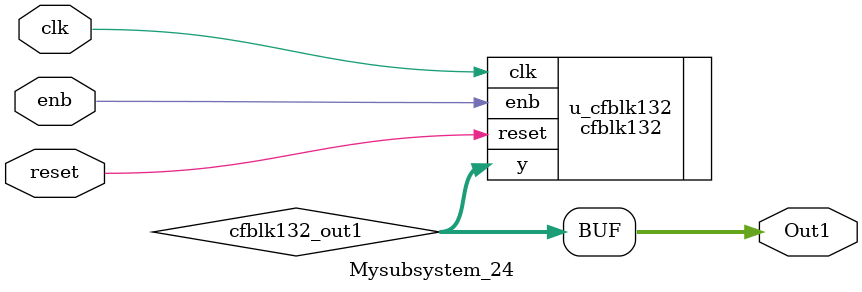
<source format=v>



`timescale 1 ns / 1 ns

module Mysubsystem_24
          (clk,
           reset,
           enb,
           Out1);


  input   clk;
  input   reset;
  input   enb;
  output  [15:0] Out1;  // uint16


  wire [15:0] cfblk132_out1;  // uint16


  cfblk132 u_cfblk132 (.clk(clk),
                       .reset(reset),
                       .enb(enb),
                       .y(cfblk132_out1)  // uint16
                       );

  assign Out1 = cfblk132_out1;

endmodule  // Mysubsystem_24


</source>
